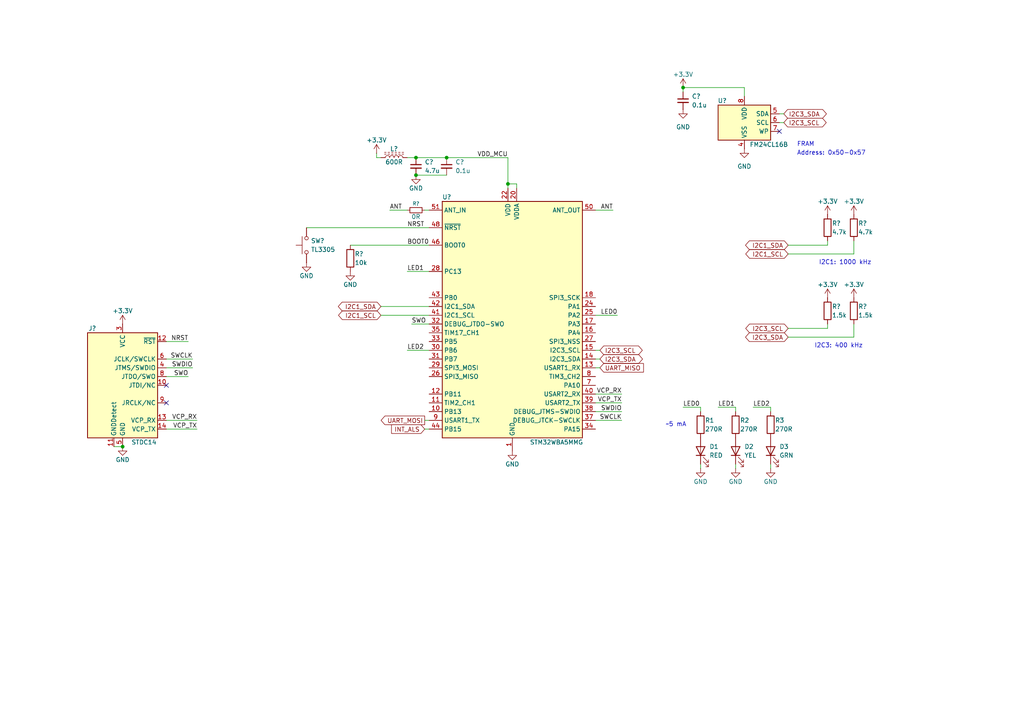
<source format=kicad_sch>
(kicad_sch (version 20250114) (generator "eeschema") (generator_version "9.0")
  (paper "A4")
  (lib_symbols
    (symbol "Connector:Conn_ST_STDC14"
      (property "Reference" "J" (at -8.89 16.51 0))
      (property "Value" "Conn_ST_STDC14" (at 17.78 16.51 0))
      (symbol "Conn_ST_STDC14_0_1"
        (rectangle (start -10.16 15.24) (end 10.16 -15.24) (stroke (width 0.254)) (fill (type background)))
      )
      (symbol "Conn_ST_STDC14_1_1"
        (pin no_connect line (at -10.16 5.08 0) (length 2.54) (hide yes) (name "NC") (number "1"))
        (pin no_connect line (at -10.16 2.54 0) (length 2.54) (hide yes) (name "NC") (number "2"))
        (pin passive line (at -2.54 -17.78 90) (length 2.54) (name "GNDDetect") (number "11"))
        (pin power_in line (at 0 17.78 270) (length 2.54) (name "VCC") (number "3"))
        (pin power_in line (at 0 -17.78 90) (length 2.54) (name "GND") (number "5"))
        (pin passive line (at 0 -17.78 90) (length 2.54) (hide yes) (name "GND") (number "7"))
        (pin open_collector line (at 12.7 12.7 180) (length 2.54) (name "~{RST}") (number "12"))
        (pin output line (at 12.7 7.62 180) (length 2.54) (name "JCLK/SWCLK") (number "6"))
        (pin bidirectional line (at 12.7 5.08 180) (length 2.54) (name "JTMS/SWDIO") (number "4"))
        (pin input line (at 12.7 2.54 180) (length 2.54) (name "JTDO/SWO") (number "8"))
        (pin output line (at 12.7 0 180) (length 2.54) (name "JTDI/NC") (number "10"))
        (pin input line (at 12.7 -5.08 180) (length 2.54) (name "JRCLK/NC") (number "9"))
        (pin output line (at 12.7 -10.16 180) (length 2.54) (name "VCP_RX") (number "13"))
        (pin input line (at 12.7 -12.7 180) (length 2.54) (name "VCP_TX") (number "14"))
      )
    )
    (symbol "DWlib:STM32WBA5MMG"
      (property "Reference" "U" (at -19.812 35.56 0))
      (property "Value" "STM32WBA5MMG" (at 16.764 35.56 0))
      (symbol "STM32WBA5MMG_0_0"
        (pin power_in line (at 0 -38.1 90) (length 3.81) (name "GND") (number "1"))
      )
      (symbol "STM32WBA5MMG_0_1"
        (rectangle (start -20.32 34.29) (end 20.32 -34.29) (stroke (width 0.254)) (fill (type background)))
      )
      (symbol "STM32WBA5MMG_1_1"
        (pin input line (at -24.13 31.75 0) (length 3.81) (name "ANT_IN") (number "51"))
        (pin bidirectional line (at -24.13 26.67 0) (length 3.81) (name "~{NRST}") (number "48"))
        (pin bidirectional line (at -24.13 21.59 0) (length 3.81) (name "BOOT0") (number "46"))
        (pin bidirectional line (at -24.13 13.97 0) (length 3.81) (name "PC13") (number "28"))
        (pin bidirectional line (at -24.13 6.35 0) (length 3.81) (name "PB0") (number "43") (alternate "USART2_TX" bidirectional line))
        (pin bidirectional line (at -24.13 3.81 0) (length 3.81) (name "PB1") (number "42") (alternate "I2C1_SDA" bidirectional line) (alternate "I2C3_SDA" bidirectional line))
        (pin bidirectional line (at -24.13 1.27 0) (length 3.81) (name "PB2") (number "41") (alternate "I2C1_SCL" bidirectional line) (alternate "I2C3_SCL" bidirectional line))
        (pin bidirectional line (at -24.13 -1.27 0) (length 3.81) (name "PB3") (number "32") (alternate "DEBUG_JTDO-SWO" bidirectional line) (alternate "I2C1_SDA" bidirectional line))
        (pin bidirectional line (at -24.13 -3.81 0) (length 3.81) (name "PB4") (number "35") (alternate "TIM17_CH1" bidirectional line) (alternate "USART2_RX" bidirectional line))
        (pin bidirectional line (at -24.13 -6.35 0) (length 3.81) (name "PB5") (number "33"))
        (pin bidirectional line (at -24.13 -8.89 0) (length 3.81) (name "PB6") (number "30") (alternate "TIM2_CH1" bidirectional line))
        (pin bidirectional line (at -24.13 -11.43 0) (length 3.81) (name "PB7") (number "31"))
        (pin bidirectional line (at -24.13 -13.97 0) (length 3.81) (name "PB8") (number "29") (alternate "SPI3_MOSI" bidirectional line) (alternate "USART2_RX" bidirectional line))
        (pin bidirectional line (at -24.13 -16.51 0) (length 3.81) (name "PB9") (number "26") (alternate "SPI3_MISO" bidirectional line))
        (pin bidirectional line (at -24.13 -21.59 0) (length 3.81) (name "PB11") (number "12"))
        (pin bidirectional line (at -24.13 -24.13 0) (length 3.81) (name "PB12") (number "11") (alternate "TIM2_CH1" bidirectional line) (alternate "USART1_TX" bidirectional line))
        (pin bidirectional line (at -24.13 -26.67 0) (length 3.81) (name "PB13") (number "10"))
        (pin bidirectional line (at -24.13 -29.21 0) (length 3.81) (name "PB14") (number "9") (alternate "USART1_TX" bidirectional line))
        (pin bidirectional line (at -24.13 -31.75 0) (length 3.81) (name "PB15") (number "44") (alternate "I2C1_SCL" bidirectional line))
        (pin power_in line (at -1.27 38.1 270) (length 3.81) (name "VDD") (number "22"))
        (pin power_in line (at 0 -38.1 90) (length 3.81) (hide yes) (name "GND") (number "19"))
        (pin power_in line (at 0 -38.1 90) (length 3.81) (hide yes) (name "GND") (number "21"))
        (pin power_in line (at 0 -38.1 90) (length 3.81) (hide yes) (name "GND") (number "23"))
        (pin power_in line (at 0 -38.1 90) (length 3.81) (hide yes) (name "GND") (number "36"))
        (pin power_in line (at 0 -38.1 90) (length 3.81) (hide yes) (name "GND") (number "45"))
        (pin power_in line (at 0 -38.1 90) (length 3.81) (hide yes) (name "GND") (number "47"))
        (pin power_in line (at 0 -38.1 90) (length 3.81) (hide yes) (name "GND") (number "49"))
        (pin power_in line (at 0 -38.1 90) (length 3.81) (hide yes) (name "GND") (number "52"))
        (pin power_in line (at 0 -38.1 90) (length 3.81) (hide yes) (name "GND") (number "53"))
        (pin power_in line (at 0 -38.1 90) (length 3.81) (hide yes) (name "GND") (number "54"))
        (pin power_in line (at 0 -38.1 90) (length 3.81) (hide yes) (name "GND") (number "55"))
        (pin power_in line (at 0 -38.1 90) (length 3.81) (hide yes) (name "GND") (number "57"))
        (pin power_in line (at 0 -38.1 90) (length 3.81) (hide yes) (name "GND") (number "58"))
        (pin power_in line (at 0 -38.1 90) (length 3.81) (hide yes) (name "GND") (number "6"))
        (pin power_in line (at 0 -38.1 90) (length 3.81) (hide yes) (name "GND") (number "60"))
        (pin power_in line (at 0 -38.1 90) (length 3.81) (hide yes) (name "GND") (number "61"))
        (pin power_in line (at 0 -38.1 90) (length 3.81) (hide yes) (name "GND") (number "62"))
        (pin power_in line (at 0 -38.1 90) (length 3.81) (hide yes) (name "GND") (number "63"))
        (pin power_in line (at 0 -38.1 90) (length 3.81) (hide yes) (name "GND") (number "64"))
        (pin power_in line (at 0 -38.1 90) (length 3.81) (hide yes) (name "GND") (number "65"))
        (pin power_in line (at 0 -38.1 90) (length 3.81) (hide yes) (name "GND") (number "66"))
        (pin power_in line (at 0 -38.1 90) (length 3.81) (hide yes) (name "GND") (number "67"))
        (pin power_in line (at 0 -38.1 90) (length 3.81) (hide yes) (name "GND") (number "68"))
        (pin power_in line (at 0 -38.1 90) (length 3.81) (hide yes) (name "GND") (number "69"))
        (pin power_in line (at 0 -38.1 90) (length 3.81) (hide yes) (name "GND") (number "70"))
        (pin power_in line (at 0 -38.1 90) (length 3.81) (hide yes) (name "GND") (number "71"))
        (pin power_in line (at 0 -38.1 90) (length 3.81) (hide yes) (name "GND") (number "72"))
        (pin power_in line (at 0 -38.1 90) (length 3.81) (hide yes) (name "GND") (number "73"))
        (pin power_in line (at 0 -38.1 90) (length 3.81) (hide yes) (name "GND") (number "74"))
        (pin power_in line (at 0 -38.1 90) (length 3.81) (hide yes) (name "GND") (number "75"))
        (pin power_in line (at 0 -38.1 90) (length 3.81) (hide yes) (name "GND") (number "76"))
        (pin power_in line (at 1.27 38.1 270) (length 3.81) (name "VDDA") (number "20"))
        (pin no_connect line (at 2.54 -34.29 90) (length 3.81) (hide yes) (name "GND") (number "2"))
        (pin no_connect line (at 2.54 -34.29 90) (length 3.81) (hide yes) (name "GND") (number "3"))
        (pin no_connect line (at 2.54 -34.29 90) (length 3.81) (hide yes) (name "GND") (number "4"))
        (pin no_connect line (at 2.54 -34.29 90) (length 3.81) (hide yes) (name "GND") (number "5"))
        (pin no_connect line (at 2.54 -34.29 90) (length 3.81) (hide yes) (name "GND") (number "56"))
        (pin no_connect line (at 2.54 -34.29 90) (length 3.81) (hide yes) (name "GND") (number "59"))
        (pin output line (at 24.13 31.75 180) (length 3.81) (name "ANT_OUT") (number "50"))
        (pin bidirectional line (at 24.13 6.35 180) (length 3.81) (name "PA0") (number "18") (alternate "SPI3_SCK" bidirectional line))
        (pin bidirectional line (at 24.13 3.81 180) (length 3.81) (name "PA1") (number "24") (alternate "TIM17_CH1" bidirectional line) (alternate "TIM3_CH2" bidirectional line))
        (pin bidirectional line (at 24.13 1.27 180) (length 3.81) (name "PA2") (number "25"))
        (pin bidirectional line (at 24.13 -1.27 180) (length 3.81) (name "PA3") (number "17"))
        (pin bidirectional line (at 24.13 -3.81 180) (length 3.81) (name "PA4") (number "16"))
        (pin bidirectional line (at 24.13 -6.35 180) (length 3.81) (name "PA5") (number "27") (alternate "SPI3_NSS" bidirectional line) (alternate "TIM2_CH1" bidirectional line))
        (pin bidirectional line (at 24.13 -8.89 180) (length 3.81) (name "PA6") (number "15") (alternate "I2C3_SCL" bidirectional line))
        (pin bidirectional line (at 24.13 -11.43 180) (length 3.81) (name "PA7") (number "14") (alternate "I2C3_SDA" bidirectional line))
        (pin bidirectional line (at 24.13 -13.97 180) (length 3.81) (name "PA8") (number "13") (alternate "USART1_RX" bidirectional line))
        (pin bidirectional line (at 24.13 -16.51 180) (length 3.81) (name "PA9") (number "8") (alternate "TIM3_CH2" bidirectional line))
        (pin bidirectional line (at 24.13 -19.05 180) (length 3.81) (name "PA10") (number "7"))
        (pin bidirectional line (at 24.13 -21.59 180) (length 3.81) (name "PA11") (number "40") (alternate "USART2_RX" bidirectional line))
        (pin bidirectional line (at 24.13 -24.13 180) (length 3.81) (name "PA12") (number "39") (alternate "USART2_TX" bidirectional line))
        (pin bidirectional line (at 24.13 -26.67 180) (length 3.81) (name "PA13") (number "38") (alternate "DEBUG_JTMS-SWDIO" bidirectional line))
        (pin bidirectional line (at 24.13 -29.21 180) (length 3.81) (name "PA14") (number "37") (alternate "DEBUG_JTCK-SWCLK" bidirectional line) (alternate "USART2_TX" bidirectional line))
        (pin bidirectional line (at 24.13 -31.75 180) (length 3.81) (name "PA15") (number "34") (alternate "I2C1_SCL" bidirectional line))
      )
    )
    (symbol "Device:C_Small" (pin_numbers (hide yes)) (pin_names (offset 0.254) (hide yes))
      (property "Reference" "C" (at 0.254 1.778 0))
      (property "Value" "C_Small" (at 0.254 -2.032 0))
      (symbol "C_Small_0_1"
        (polyline (pts (xy -1.524 0.508) (xy 1.524 0.508)) (stroke (width 0.3048)))
        (polyline (pts (xy -1.524 -0.508) (xy 1.524 -0.508)) (stroke (width 0.3302)))
      )
      (symbol "C_Small_1_1"
        (pin passive line (at 0 2.54 270) (length 2.032) (name "~") (number "1"))
        (pin passive line (at 0 -2.54 90) (length 2.032) (name "~") (number "2"))
      )
    )
    (symbol "Device:LED" (pin_numbers (hide yes)) (pin_names (offset 1.016) (hide yes))
      (property "Reference" "D" (at 0 2.54 0))
      (property "Value" "LED" (at 0 -2.54 0))
      (symbol "LED_0_1"
        (polyline (pts (xy -3.048 -0.762) (xy -4.572 -2.286) (xy -3.81 -2.286) (xy -4.572 -2.286) (xy -4.572 -1.524)))
        (polyline (pts (xy -1.778 -0.762) (xy -3.302 -2.286) (xy -2.54 -2.286) (xy -3.302 -2.286) (xy -3.302 -1.524)))
        (polyline (pts (xy -1.27 0) (xy 1.27 0)))
        (polyline (pts (xy -1.27 -1.27) (xy -1.27 1.27)) (stroke (width 0.254)))
        (polyline (pts (xy 1.27 -1.27) (xy 1.27 1.27) (xy -1.27 0) (xy 1.27 -1.27)) (stroke (width 0.254)))
      )
      (symbol "LED_1_1"
        (pin passive line (at -3.81 0 0) (length 2.54) (name "K") (number "1"))
        (pin passive line (at 3.81 0 180) (length 2.54) (name "A") (number "2"))
      )
    )
    (symbol "Device:L_Ferrite" (pin_numbers (hide yes)) (pin_names (offset 1.016) (hide yes))
      (property "Reference" "L" (at -1.27 0 90))
      (property "Value" "L_Ferrite" (at 2.794 0 90))
      (symbol "L_Ferrite_0_1"
        (arc (start 0 2.54) (mid 0.6323 1.905) (end 0 1.27))
        (arc (start 0 1.27) (mid 0.6323 0.635) (end 0 0))
        (arc (start 0 0) (mid 0.6323 -0.635) (end 0 -1.27))
        (arc (start 0 -1.27) (mid 0.6323 -1.905) (end 0 -2.54))
        (polyline (pts (xy 1.016 2.286) (xy 1.016 2.794)))
        (polyline (pts (xy 1.016 1.27) (xy 1.016 1.778)))
        (polyline (pts (xy 1.016 0.254) (xy 1.016 0.762)))
        (polyline (pts (xy 1.016 -0.762) (xy 1.016 -0.254)))
        (polyline (pts (xy 1.016 -1.778) (xy 1.016 -1.27)))
        (polyline (pts (xy 1.016 -2.794) (xy 1.016 -2.286)))
        (polyline (pts (xy 1.524 2.794) (xy 1.524 2.286)))
        (polyline (pts (xy 1.524 1.778) (xy 1.524 1.27)))
        (polyline (pts (xy 1.524 0.762) (xy 1.524 0.254)))
        (polyline (pts (xy 1.524 -0.254) (xy 1.524 -0.762)))
        (polyline (pts (xy 1.524 -1.27) (xy 1.524 -1.778)))
        (polyline (pts (xy 1.524 -2.286) (xy 1.524 -2.794)))
      )
      (symbol "L_Ferrite_1_1"
        (pin passive line (at 0 3.81 270) (length 1.27) (name "1") (number "1"))
        (pin passive line (at 0 -3.81 90) (length 1.27) (name "2") (number "2"))
      )
    )
    (symbol "Device:R" (pin_numbers (hide yes)) (pin_names (offset 0))
      (property "Reference" "R" (at 2.032 0 90))
      (property "Value" "R" (at 0 0 90))
      (symbol "R_0_1"
        (rectangle (start -1.016 -2.54) (end 1.016 2.54) (stroke (width 0.254)))
      )
      (symbol "R_1_1"
        (pin passive line (at 0 3.81 270) (length 1.27) (name "~") (number "1"))
        (pin passive line (at 0 -3.81 90) (length 1.27) (name "~") (number "2"))
      )
    )
    (symbol "Device:R_Small" (pin_numbers (hide yes)) (pin_names (offset 0.254) (hide yes))
      (property "Reference" "R" (at 0 0 90))
      (property "Value" "R_Small" (at 1.778 0 90))
      (symbol "R_Small_0_1"
        (rectangle (start -0.762 1.778) (end 0.762 -1.778) (stroke (width 0.2032)))
      )
      (symbol "R_Small_1_1"
        (pin passive line (at 0 2.54 270) (length 0.762) (name "~") (number "1"))
        (pin passive line (at 0 -2.54 90) (length 0.762) (name "~") (number "2"))
      )
    )
    (symbol "Memory_NVRAM:FM24CL16B"
      (property "Reference" "U" (at -5.08 8.89 0))
      (property "Value" "FM24CL16B" (at 6.35 -8.89 0))
      (symbol "FM24CL16B_0_1"
        (rectangle (start -7.62 5.08) (end 7.62 -5.08) (stroke (width 0.254)) (fill (type background)))
      )
      (symbol "FM24CL16B_1_1"
        (pin no_connect line (at -7.62 2.54 0) (length 2.54) (hide yes) (name "~") (number "1"))
        (pin no_connect line (at -7.62 0 0) (length 2.54) (hide yes) (name "~") (number "3"))
        (pin no_connect line (at -7.62 -2.54 0) (length 2.54) (hide yes) (name "~") (number "2"))
        (pin power_in line (at 0 7.62 270) (length 2.54) (name "VDD") (number "8"))
        (pin power_in line (at 0 -7.62 90) (length 2.54) (name "VSS") (number "4"))
        (pin bidirectional line (at 10.16 2.54 180) (length 2.54) (name "SDA") (number "5"))
        (pin input line (at 10.16 0 180) (length 2.54) (name "SCL") (number "6"))
        (pin input line (at 10.16 -2.54 180) (length 2.54) (name "WP") (number "7"))
      )
    )
    (symbol "Switch:SW_Push" (pin_numbers (hide yes)) (pin_names (offset 1.016) (hide yes))
      (property "Reference" "SW" (at 1.27 2.54 0))
      (property "Value" "SW_Push" (at 0 -1.524 0))
      (symbol "SW_Push_0_1"
        (circle (center -2.032 0) (radius 0.508))
        (polyline (pts (xy 0 1.27) (xy 0 3.048)))
        (circle (center 2.032 0) (radius 0.508))
        (polyline (pts (xy 2.54 1.27) (xy -2.54 1.27)))
        (pin passive line (at -5.08 0 0) (length 2.54) (name "1") (number "1"))
        (pin passive line (at 5.08 0 180) (length 2.54) (name "2") (number "2"))
      )
    )
    (symbol "power:+3.3V" (power) (pin_numbers (hide yes)) (pin_names (offset 0) (hide yes))
      (property "Value" "+3.3V" (at 0 3.556 0))
      (symbol "+3.3V_0_1"
        (polyline (pts (xy -0.762 1.27) (xy 0 2.54)))
        (polyline (pts (xy 0 2.54) (xy 0.762 1.27)))
        (polyline (pts (xy 0 0) (xy 0 2.54)))
      )
      (symbol "+3.3V_1_1"
        (pin power_in line (at 0 0 90) (length 0) (name "~") (number "1"))
      )
    )
    (symbol "power:GND" (power) (pin_numbers (hide yes)) (pin_names (offset 0) (hide yes))
      (property "Value" "GND" (at 0 -3.81 0))
      (symbol "GND_0_1"
        (polyline (pts (xy 0 0) (xy 0 -1.27) (xy 1.27 -1.27) (xy 0 -2.54) (xy -1.27 -1.27) (xy 0 -1.27)))
      )
      (symbol "GND_1_1"
        (pin power_in line (at 0 0 270) (length 0) (name "~") (number "1"))
      )
    )
  )
  (text "I2C3: 400 kHz" (at 236.22 100.33 0) (effects (font (size 1.27 1.27)) (justify left)))
  (text "Address: 0x50-0x57" (at 231.14 44.45 0) (effects (font (size 1.27 1.27)) (justify left)))
  (text "I2C1: 1000 kHz" (at 237.49 76.2 0) (effects (font (size 1.27 1.27)) (justify left)))
  (text "FRAM" (at 231.14 41.91 0) (effects (font (size 1.27 1.27)) (justify left)))
  (text "~5 mA" (at 193.04 123.19 0) (effects (font (size 1.27 1.27)) (justify left)))
  (junction (at 147.32 53.34))
  (junction (at 129.54 45.72))
  (junction (at 120.65 45.72))
  (junction (at 198.12 25.4))
  (junction (at 120.65 50.8))
  (junction (at 35.56 129.54))
  (no_connect (at 48.26 111.76))
  (no_connect (at 226.06 38.1))
  (no_connect (at 48.26 116.84))
  (wire (pts (xy 119.38 93.98) (xy 124.46 93.98)))
  (wire (pts (xy 240.03 69.85) (xy 240.03 71.12)))
  (wire (pts (xy 208.28 118.11) (xy 213.36 118.11)))
  (wire (pts (xy 118.11 45.72) (xy 120.65 45.72)))
  (wire (pts (xy 240.03 93.98) (xy 240.03 95.25)))
  (wire (pts (xy 123.19 124.46) (xy 124.46 124.46)))
  (wire (pts (xy 118.11 101.6) (xy 124.46 101.6)))
  (wire (pts (xy 247.65 69.85) (xy 247.65 73.66)))
  (wire (pts (xy 57.15 121.92) (xy 48.26 121.92)))
  (wire (pts (xy 172.72 91.44) (xy 179.07 91.44)))
  (wire (pts (xy 172.72 60.96) (xy 177.8 60.96)))
  (wire (pts (xy 57.15 124.46) (xy 48.26 124.46)))
  (wire (pts (xy 173.99 101.6) (xy 172.72 101.6)))
  (wire (pts (xy 110.49 91.44) (xy 124.46 91.44)))
  (wire (pts (xy 54.61 109.22) (xy 48.26 109.22)))
  (wire (pts (xy 213.36 135.89) (xy 213.36 134.62)))
  (wire (pts (xy 123.19 60.96) (xy 124.46 60.96)))
  (wire (pts (xy 109.22 45.72) (xy 110.49 45.72)))
  (wire (pts (xy 215.9 25.4) (xy 198.12 25.4)))
  (wire (pts (xy 180.34 119.38) (xy 172.72 119.38)))
  (wire (pts (xy 120.65 45.72) (xy 129.54 45.72)))
  (wire (pts (xy 180.34 121.92) (xy 172.72 121.92)))
  (wire (pts (xy 147.32 45.72) (xy 147.32 53.34)))
  (wire (pts (xy 203.2 135.89) (xy 203.2 134.62)))
  (wire (pts (xy 180.34 114.3) (xy 172.72 114.3)))
  (wire (pts (xy 228.6 95.25) (xy 240.03 95.25)))
  (wire (pts (xy 123.19 121.92) (xy 124.46 121.92)))
  (wire (pts (xy 33.02 129.54) (xy 35.56 129.54)))
  (wire (pts (xy 228.6 71.12) (xy 240.03 71.12)))
  (wire (pts (xy 203.2 118.11) (xy 203.2 119.38)))
  (wire (pts (xy 55.88 104.14) (xy 48.26 104.14)))
  (wire (pts (xy 55.88 106.68) (xy 48.26 106.68)))
  (wire (pts (xy 198.12 118.11) (xy 203.2 118.11)))
  (wire (pts (xy 227.33 33.02) (xy 226.06 33.02)))
  (wire (pts (xy 247.65 93.98) (xy 247.65 97.79)))
  (wire (pts (xy 198.12 25.4) (xy 198.12 26.67)))
  (wire (pts (xy 109.22 44.45) (xy 109.22 45.72)))
  (wire (pts (xy 113.03 60.96) (xy 118.11 60.96)))
  (wire (pts (xy 149.86 54.61) (xy 149.86 53.34)))
  (wire (pts (xy 54.61 99.06) (xy 48.26 99.06)))
  (wire (pts (xy 227.33 35.56) (xy 226.06 35.56)))
  (wire (pts (xy 101.6 71.12) (xy 124.46 71.12)))
  (wire (pts (xy 180.34 116.84) (xy 172.72 116.84)))
  (wire (pts (xy 215.9 27.94) (xy 215.9 25.4)))
  (wire (pts (xy 147.32 53.34) (xy 147.32 54.61)))
  (wire (pts (xy 213.36 118.11) (xy 213.36 119.38)))
  (wire (pts (xy 129.54 45.72) (xy 147.32 45.72)))
  (wire (pts (xy 110.49 88.9) (xy 124.46 88.9)))
  (wire (pts (xy 228.6 73.66) (xy 247.65 73.66)))
  (wire (pts (xy 223.52 118.11) (xy 223.52 119.38)))
  (wire (pts (xy 218.44 118.11) (xy 223.52 118.11)))
  (wire (pts (xy 120.65 50.8) (xy 129.54 50.8)))
  (wire (pts (xy 223.52 135.89) (xy 223.52 134.62)))
  (wire (pts (xy 173.99 106.68) (xy 172.72 106.68)))
  (wire (pts (xy 228.6 97.79) (xy 247.65 97.79)))
  (wire (pts (xy 173.99 104.14) (xy 172.72 104.14)))
  (wire (pts (xy 149.86 53.34) (xy 147.32 53.34)))
  (wire (pts (xy 118.11 78.74) (xy 124.46 78.74)))
  (wire (pts (xy 88.9 66.04) (xy 124.46 66.04)))
  (label "VCP_TX" (at 57.15 124.46 180))
  (label "SWDIO" (at 55.88 106.68 180))
  (label "BOOT0" (at 118.11 71.12 0))
  (label "LED2" (at 218.44 118.11 0))
  (label "NRST" (at 54.61 99.06 180))
  (label "LED0" (at 179.07 91.44 180))
  (label "SWCLK" (at 55.88 104.14 180))
  (label "VCP_RX" (at 57.15 121.92 180))
  (label "VCP_RX" (at 180.34 114.3 180))
  (label "SWDIO" (at 180.34 119.38 180))
  (label "LED2" (at 118.11 101.6 0))
  (label "ANT" (at 113.03 60.96 0))
  (label "VDD_MCU" (at 138.43 45.72 0))
  (label "SWO" (at 54.61 109.22 180))
  (label "LED0" (at 198.12 118.11 0))
  (label "SWO" (at 119.38 93.98 0))
  (label "NRST" (at 118.11 66.04 0))
  (label "VCP_TX" (at 180.34 116.84 180))
  (label "LED1" (at 118.11 78.74 0))
  (label "ANT" (at 177.8 60.96 180))
  (label "LED1" (at 208.28 118.11 0))
  (label "SWCLK" (at 180.34 121.92 180))
  (global_label "I2C3_SCL" (shape bidirectional) (at 173.99 101.6 0) (property "Intersheetrefs" "${INTERSHEET_REFS}" (at 185.7442 101.6 0) (effects (justify left))))
  (global_label "I2C3_SDA" (shape bidirectional) (at 227.33 33.02 0) (property "Intersheetrefs" "${INTERSHEET_REFS}" (at 239.1447 33.02 0) (effects (justify left))))
  (global_label "I2C1_SCL" (shape bidirectional) (at 228.6 73.66 180) (property "Intersheetrefs" "${INTERSHEET_REFS}" (at 216.8458 73.66 0) (effects (justify right))))
  (global_label "I2C3_SCL" (shape bidirectional) (at 227.33 35.56 0) (property "Intersheetrefs" "${INTERSHEET_REFS}" (at 239.0842 35.56 0) (effects (justify left))))
  (global_label "UART_MISO" (shape input) (at 173.99 106.68 0) (property "Intersheetrefs" "${INTERSHEET_REFS}" (at 187.1957 106.68 0) (effects (justify left))))
  (global_label "I2C3_SDA" (shape bidirectional) (at 173.99 104.14 0) (property "Intersheetrefs" "${INTERSHEET_REFS}" (at 185.8047 104.14 0) (effects (justify left))))
  (global_label "I2C3_SDA" (shape bidirectional) (at 228.6 97.79 180) (property "Intersheetrefs" "${INTERSHEET_REFS}" (at 216.7853 97.79 0) (effects (justify right))))
  (global_label "INT_ALS" (shape input) (at 123.19 124.46 180) (property "Intersheetrefs" "${INTERSHEET_REFS}" (at 113.0081 124.46 0) (effects (justify right))))
  (global_label "UART_MOSI" (shape output) (at 123.19 121.92 180) (property "Intersheetrefs" "${INTERSHEET_REFS}" (at 109.9843 121.92 0) (effects (justify right))))
  (global_label "I2C3_SCL" (shape bidirectional) (at 228.6 95.25 180) (property "Intersheetrefs" "${INTERSHEET_REFS}" (at 216.8458 95.25 0) (effects (justify right))))
  (global_label "I2C1_SDA" (shape bidirectional) (at 110.49 88.9 180) (property "Intersheetrefs" "${INTERSHEET_REFS}" (at 98.6753 88.9 0) (effects (justify right))))
  (global_label "I2C1_SDA" (shape bidirectional) (at 228.6 71.12 180) (property "Intersheetrefs" "${INTERSHEET_REFS}" (at 216.7853 71.12 0) (effects (justify right))))
  (global_label "I2C1_SCL" (shape bidirectional) (at 110.49 91.44 180) (property "Intersheetrefs" "${INTERSHEET_REFS}" (at 98.7358 91.44 0) (effects (justify right))))
  (symbol (lib_id "power:+3.3V") (at 247.65 86.36 0) (unit 1)
    (property "Reference" "#PWR?" (effects (hide yes)))
    (property "Value" "+3.3V" (at 247.65 82.55 0))
    (property "Description" "Power symbol creates a global label with name \"+3.3V\"" (effects (hide yes)))
  )
  (symbol (lib_id "Connector:Conn_ST_STDC14") (at 35.56 111.76 0) (unit 1)
    (property "Reference" "J?" (at 27.94 95.25 0) (effects (justify right)))
    (property "Value" "STDC14" (at 38.1 128.27 0) (effects (justify left)))
    (property "Footprint" "DWlib:SAMTEC_FTSH-107-01-L-DV-K-A" (effects (hide yes)))
    (property "Datasheet" "https://www.st.com/content/ccc/resource/technical/document/user_manual/group1/99/49/91/b6/b2/3a/46/e5/DM00526767/files/DM00526767.pdf/jcr:content/translations/en.DM00526767.pdf" (effects (hide yes)))
    (property "Description" "ST Debug Connector, standard ARM Cortex-M SWD and JTAG interface plus UART" (effects (hide yes)))
    (property "MPN" "FTSH-107-01-L-DV-K-A" (effects (hide yes)))
    (property "Mouser PN" "200-FTSH10701LDVKA" (effects (hide yes)))
  )
  (symbol (lib_id "Device:C_Small") (at 120.65 48.26 0) (unit 1)
    (property "Reference" "C?" (at 123.19 46.9962 0) (effects (justify left)))
    (property "Value" "4.7u" (at 123.19 49.5362 0) (effects (justify left)))
    (property "Footprint" "Capacitor_SMD:C_0805_2012Metric" (effects (hide yes)))
    (property "Description" "Unpolarized capacitor, small symbol" (effects (hide yes)))
  )
  (symbol (lib_id "power:+3.3V") (at 240.03 86.36 0) (unit 1)
    (property "Reference" "#PWR?" (effects (hide yes)))
    (property "Value" "+3.3V" (at 240.03 82.55 0))
    (property "Description" "Power symbol creates a global label with name \"+3.3V\"" (effects (hide yes)))
  )
  (symbol (lib_id "power:+3.3V") (at 247.65 62.23 0) (unit 1)
    (property "Reference" "#PWR?" (effects (hide yes)))
    (property "Value" "+3.3V" (at 247.65 58.42 0))
    (property "Description" "Power symbol creates a global label with name \"+3.3V\"" (effects (hide yes)))
  )
  (symbol (lib_id "Device:R") (at 223.52 123.19 0) (unit 1)
    (property "Reference" "R3" (at 224.79 121.92 0) (effects (justify left)))
    (property "Value" "270R" (at 224.79 124.46 0) (effects (justify left)))
    (property "Footprint" "Resistor_SMD:R_0603_1608Metric" (effects (hide yes)))
    (property "Description" "Resistor" (effects (hide yes)))
  )
  (symbol (lib_id "power:GND") (at 148.59 130.81 0) (unit 1)
    (property "Reference" "#PWR?" (effects (hide yes)))
    (property "Value" "GND" (at 148.59 134.62 0))
    (property "Description" "Power symbol creates a global label with name \"GND\" , ground" (effects (hide yes)))
  )
  (symbol (lib_id "power:+3.3V") (at 198.12 25.4 0) (unit 1)
    (property "Reference" "#PWR?" (effects (hide yes)))
    (property "Value" "+3.3V" (at 198.12 21.59 0))
    (property "Description" "Power symbol creates a global label with name \"+3.3V\"" (effects (hide yes)))
  )
  (symbol (lib_id "Device:C_Small") (at 198.12 29.21 0) (unit 1)
    (property "Reference" "C?" (at 200.66 27.9462 0) (effects (justify left)))
    (property "Value" "0.1u" (at 200.66 30.4862 0) (effects (justify left)))
    (property "Footprint" "Capacitor_SMD:C_0402_1005Metric" (effects (hide yes)))
    (property "Description" "Unpolarized capacitor, small symbol" (effects (hide yes)))
  )
  (symbol (lib_id "Device:LED") (at 223.52 130.81 90) (unit 1)
    (property "Reference" "D3" (at 226.06 129.54 90) (effects (justify right)))
    (property "Value" "GRN" (at 226.06 132.08 90) (effects (justify right)))
    (property "Footprint" "LED_SMD:LED_0805_2012Metric" (effects (hide yes)))
    (property "Description" "Light emitting diode" (effects (hide yes)))
    (property "Sim.Pins" "1=K 2=A" (effects (hide yes)))
    (property "MPN" "LG R971-KN-1-0-20-R18" (effects (hide yes)))
  )
  (symbol (lib_id "Device:L_Ferrite") (at 114.3 45.72 90) (unit 1)
    (property "Reference" "L?" (at 114.3 43.18 90))
    (property "Value" "600R" (at 114.3 46.99 90))
    (property "Footprint" "Inductor_SMD:L_0805_2012Metric" (effects (hide yes)))
    (property "Description" "Inductor with ferrite core" (effects (hide yes)))
    (property "MPN" "HZ0805E601R-10" (effects (hide yes)))
    (property "Mouser PN" "875-HZ0805E601R-10" (effects (hide yes)))
  )
  (symbol (lib_id "Device:R") (at 240.03 90.17 0) (unit 1)
    (property "Reference" "R?" (at 241.3 88.9 0) (effects (justify left)))
    (property "Value" "1.5k" (at 241.3 91.44 0) (effects (justify left)))
    (property "Footprint" "Resistor_SMD:R_0603_1608Metric" (effects (hide yes)))
    (property "Description" "Resistor" (effects (hide yes)))
  )
  (symbol (lib_id "power:GND") (at 213.36 135.89 0) (unit 1)
    (property "Reference" "#PWR02" (effects (hide yes)))
    (property "Value" "GND" (at 213.36 139.7 0))
    (property "Description" "Power symbol creates a global label with name \"GND\" , ground" (effects (hide yes)))
  )
  (symbol (lib_id "Device:R_Small") (at 120.65 60.96 90) (unit 1)
    (property "Reference" "R?" (at 120.65 59.055 90) (effects (font (size 1.016 1.016))))
    (property "Value" "0R" (at 120.65 62.865 90))
    (property "Footprint" "Resistor_SMD:R_0402_1005Metric" (effects (hide yes)))
    (property "Description" "Resistor, small symbol" (effects (hide yes)))
  )
  (symbol (lib_id "Device:R") (at 213.36 123.19 0) (unit 1)
    (property "Reference" "R2" (at 214.63 121.92 0) (effects (justify left)))
    (property "Value" "270R" (at 214.63 124.46 0) (effects (justify left)))
    (property "Footprint" "Resistor_SMD:R_0603_1608Metric" (effects (hide yes)))
    (property "Description" "Resistor" (effects (hide yes)))
  )
  (symbol (lib_id "power:GND") (at 101.6 78.74 0) (unit 1)
    (property "Reference" "#PWR?" (effects (hide yes)))
    (property "Value" "GND" (at 101.6 82.55 0))
    (property "Description" "Power symbol creates a global label with name \"GND\" , ground" (effects (hide yes)))
  )
  (symbol (lib_id "power:GND") (at 35.56 129.54 0) (unit 1)
    (property "Reference" "#PWR?" (effects (hide yes)))
    (property "Value" "GND" (at 35.56 133.35 0))
    (property "Description" "Power symbol creates a global label with name \"GND\" , ground" (effects (hide yes)))
  )
  (symbol (lib_id "power:+3.3V") (at 109.22 44.45 0) (unit 1)
    (property "Reference" "#PWR?" (effects (hide yes)))
    (property "Value" "+3.3V" (at 109.22 40.64 0))
    (property "Description" "Power symbol creates a global label with name \"+3.3V\"" (effects (hide yes)))
  )
  (symbol (lib_id "power:GND") (at 198.12 31.75 0) (unit 1)
    (property "Reference" "#PWR?" (effects (hide yes)))
    (property "Value" "GND" (at 198.12 36.83 0))
    (property "Description" "Power symbol creates a global label with name \"GND\" , ground" (effects (hide yes)))
  )
  (symbol (lib_id "Device:R") (at 203.2 123.19 0) (unit 1)
    (property "Reference" "R1" (at 204.47 121.92 0) (effects (justify left)))
    (property "Value" "270R" (at 204.47 124.46 0) (effects (justify left)))
    (property "Footprint" "Resistor_SMD:R_0603_1608Metric" (effects (hide yes)))
    (property "Description" "Resistor" (effects (hide yes)))
  )
  (symbol (lib_id "Device:R") (at 247.65 90.17 0) (unit 1)
    (property "Reference" "R?" (at 248.92 88.9 0) (effects (justify left)))
    (property "Value" "1.5k" (at 248.92 91.44 0) (effects (justify left)))
    (property "Footprint" "Resistor_SMD:R_0603_1608Metric" (effects (hide yes)))
    (property "Description" "Resistor" (effects (hide yes)))
  )
  (symbol (lib_id "power:+3.3V") (at 35.56 93.98 0) (unit 1)
    (property "Reference" "#PWR?" (effects (hide yes)))
    (property "Value" "+3.3V" (at 35.56 90.17 0))
    (property "Description" "Power symbol creates a global label with name \"+3.3V\"" (effects (hide yes)))
  )
  (symbol (lib_id "power:GND") (at 215.9 43.18 0) (unit 1)
    (property "Reference" "#PWR?" (effects (hide yes)))
    (property "Value" "GND" (at 215.9 48.26 0))
    (property "Description" "Power symbol creates a global label with name \"GND\" , ground" (effects (hide yes)))
  )
  (symbol (lib_id "Device:R") (at 247.65 66.04 0) (unit 1)
    (property "Reference" "R?" (at 248.92 64.77 0) (effects (justify left)))
    (property "Value" "4.7k" (at 248.92 67.31 0) (effects (justify left)))
    (property "Footprint" "Resistor_SMD:R_0603_1608Metric" (effects (hide yes)))
    (property "Description" "Resistor" (effects (hide yes)))
  )
  (symbol (lib_id "Device:LED") (at 213.36 130.81 90) (unit 1)
    (property "Reference" "D2" (at 215.9 129.54 90) (effects (justify right)))
    (property "Value" "YEL" (at 215.9 132.08 90) (effects (justify right)))
    (property "Footprint" "LED_SMD:LED_0805_2012Metric" (effects (hide yes)))
    (property "Description" "Light emitting diode" (effects (hide yes)))
    (property "Sim.Pins" "1=K 2=A" (effects (hide yes)))
    (property "MPN" "LY R976-PS-36-0-20-R18" (effects (hide yes)))
  )
  (symbol (lib_id "Device:R") (at 101.6 74.93 0) (unit 1)
    (property "Reference" "R?" (at 102.87 73.66 0) (effects (justify left)))
    (property "Value" "10k" (at 102.87 76.2 0) (effects (justify left)))
    (property "Footprint" "Resistor_SMD:R_0603_1608Metric" (effects (hide yes)))
    (property "Description" "Resistor" (effects (hide yes)))
  )
  (symbol (lib_id "Device:C_Small") (at 129.54 48.26 0) (unit 1)
    (property "Reference" "C?" (at 132.08 46.9962 0) (effects (justify left)))
    (property "Value" "0.1u" (at 132.08 49.5362 0) (effects (justify left)))
    (property "Footprint" "Capacitor_SMD:C_0402_1005Metric" (effects (hide yes)))
    (property "Description" "Unpolarized capacitor, small symbol" (effects (hide yes)))
  )
  (symbol (lib_id "Memory_NVRAM:FM24CL16B") (at 215.9 35.56 0) (unit 1)
    (property "Reference" "U?" (at 210.82 29.21 0) (effects (justify right)))
    (property "Value" "FM24CL16B" (at 228.6 41.91 0) (effects (justify right)))
    (property "Footprint" "Package_SO:SOIC-8_3.9x4.9mm_P1.27mm" (effects (hide yes)))
    (property "Datasheet" "https://www.infineon.com/dgdl/Infineon-FM24CL16B_16-Kbit_(2_K_8)_Serial_(I2C)_F-RAM-DataSheet-v13_00-EN.pdf?fileId=8ac78c8c7d0d8da4017d0ec99cb241e9" (effects (hide yes)))
    (property "Description" "16Kb serial FRAM nonvolatile Memory, SOIC-8" (effects (hide yes)))
    (property "MPN" "FM24CL16B-G" (effects (hide yes)))
    (property "Mouser PN" "877-FM24CL16B-G" (effects (hide yes)))
  )
  (symbol (lib_id "power:+3.3V") (at 240.03 62.23 0) (unit 1)
    (property "Reference" "#PWR?" (effects (hide yes)))
    (property "Value" "+3.3V" (at 240.03 58.42 0))
    (property "Description" "Power symbol creates a global label with name \"+3.3V\"" (effects (hide yes)))
  )
  (symbol (lib_id "power:GND") (at 203.2 135.89 0) (unit 1)
    (property "Reference" "#PWR01" (effects (hide yes)))
    (property "Value" "GND" (at 203.2 139.7 0))
    (property "Description" "Power symbol creates a global label with name \"GND\" , ground" (effects (hide yes)))
  )
  (symbol (lib_id "Switch:SW_Push") (at 88.9 71.12 90) (unit 1)
    (property "Reference" "SW?" (at 90.17 69.8499 90) (effects (justify right)))
    (property "Value" "TL3305" (at 90.17 72.3899 90) (effects (justify right)))
    (property "Footprint" "DWlib:SW_Push_1P1T_NO_E-Switch_TL3305AFxxxQG" (effects (hide yes)))
    (property "Description" "Push button switch, generic, two pins" (effects (hide yes)))
    (property "MPN" "TL3305AF260QG" (effects (hide yes)))
    (property "Mouser PN" "612-TL3305AF260QG" (effects (hide yes)))
  )
  (symbol (lib_id "power:GND") (at 88.9 76.2 0) (unit 1)
    (property "Reference" "#PWR?" (effects (hide yes)))
    (property "Value" "GND" (at 88.9 80.01 0))
    (property "Description" "Power symbol creates a global label with name \"GND\" , ground" (effects (hide yes)))
  )
  (symbol (lib_id "Device:R") (at 240.03 66.04 0) (unit 1)
    (property "Reference" "R?" (at 241.3 64.77 0) (effects (justify left)))
    (property "Value" "4.7k" (at 241.3 67.31 0) (effects (justify left)))
    (property "Footprint" "Resistor_SMD:R_0603_1608Metric" (effects (hide yes)))
    (property "Description" "Resistor" (effects (hide yes)))
  )
  (symbol (lib_id "power:GND") (at 120.65 50.8 0) (unit 1)
    (property "Reference" "#PWR?" (effects (hide yes)))
    (property "Value" "GND" (at 120.65 54.61 0))
    (property "Description" "Power symbol creates a global label with name \"GND\" , ground" (effects (hide yes)))
  )
  (symbol (lib_id "Device:LED") (at 203.2 130.81 90) (unit 1)
    (property "Reference" "D1" (at 205.74 129.54 90) (effects (justify right)))
    (property "Value" "RED" (at 205.74 132.08 90) (effects (justify right)))
    (property "Footprint" "LED_SMD:LED_0805_2012Metric" (effects (hide yes)))
    (property "Description" "Light emitting diode" (effects (hide yes)))
    (property "Sim.Pins" "1=K 2=A" (effects (hide yes)))
    (property "MPN" "LS R976-NR-1-0-20-R18" (effects (hide yes)))
  )
  (symbol (lib_id "power:GND") (at 223.52 135.89 0) (unit 1)
    (property "Reference" "#PWR03" (effects (hide yes)))
    (property "Value" "GND" (at 223.52 139.7 0))
    (property "Description" "Power symbol creates a global label with name \"GND\" , ground" (effects (hide yes)))
  )
  (symbol (lib_id "DWlib:STM32WBA5MMG") (at 148.59 92.71 0) (unit 1)
    (property "Reference" "U?" (at 128.27 57.15 0) (effects (justify left)))
    (property "Value" "STM32WBA5MMG" (at 153.67 128.27 0) (effects (justify left)))
    (property "Footprint" "DWlib:STM32WBA5MMG" (effects (hide yes)))
    (property "Datasheet" "https://www.st.com/resource/en/datasheet/stm32wba5mmg.pdf" (effects (hide yes)))
    (property "Description" "Arm Cortex-M33 TZ MCU 100 MHz with 1 Mbytes of Flash memory, Bluetooth LE 6.0, 802.15.4, Zigbee, Thread" (effects (hide yes)))
    (property "MPN" "STM32WBA5MMGH6TR" (effects (hide yes)))
    (property "Mouser PN" "511-STM32WBA5MMGH6TR" (effects (hide yes)))
    (pin "41" (alternate "I2C1_SCL"))
    (pin "42" (alternate "I2C1_SDA"))
    (pin "32" (alternate "DEBUG_JTDO-SWO"))
    (pin "35" (alternate "TIM17_CH1"))
    (pin "11" (alternate "TIM2_CH1"))
    (pin "29" (alternate "SPI3_MOSI"))
    (pin "9" (alternate "USART1_TX"))
    (pin "26" (alternate "SPI3_MISO"))
    (pin "13" (alternate "USART1_RX"))
    (pin "27" (alternate "SPI3_NSS"))
    (pin "14" (alternate "I2C3_SDA"))
    (pin "8" (alternate "TIM3_CH2"))
    (pin "40" (alternate "USART2_RX"))
    (pin "39" (alternate "USART2_TX"))
    (pin "38" (alternate "DEBUG_JTMS-SWDIO"))
    (pin "18" (alternate "SPI3_SCK"))
    (pin "15" (alternate "I2C3_SCL"))
    (pin "37" (alternate "DEBUG_JTCK-SWCLK"))
  )
)
</source>
